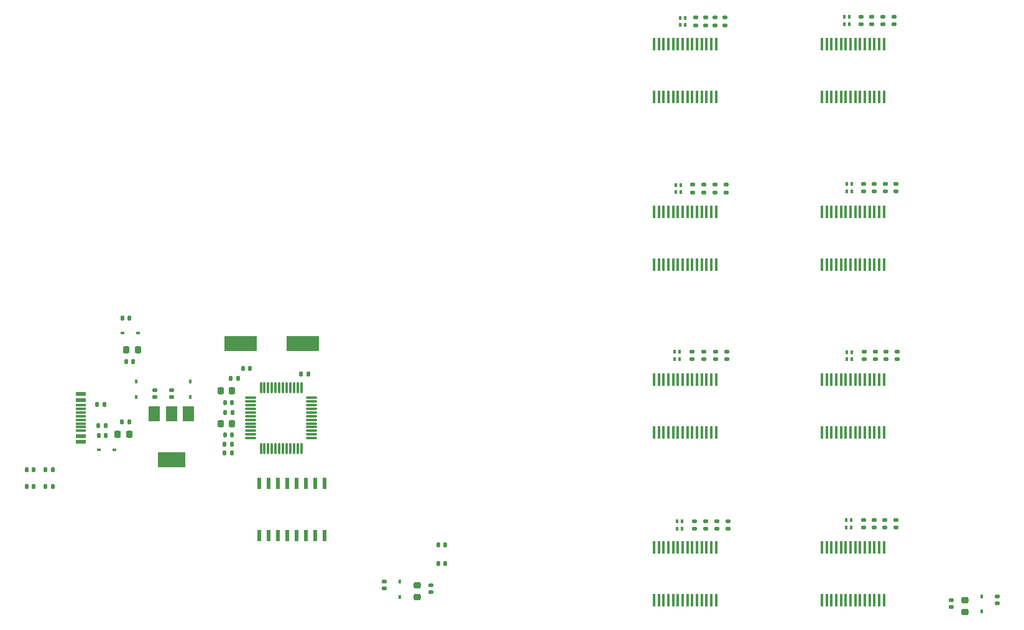
<source format=gtp>
%TF.GenerationSoftware,KiCad,Pcbnew,(6.0.7)*%
%TF.CreationDate,2023-05-23T08:43:17-04:00*%
%TF.ProjectId,ECELab_v1,4543454c-6162-45f7-9631-2e6b69636164,rev?*%
%TF.SameCoordinates,Original*%
%TF.FileFunction,Paste,Top*%
%TF.FilePolarity,Positive*%
%FSLAX46Y46*%
G04 Gerber Fmt 4.6, Leading zero omitted, Abs format (unit mm)*
G04 Created by KiCad (PCBNEW (6.0.7)) date 2023-05-23 08:43:17*
%MOMM*%
%LPD*%
G01*
G04 APERTURE LIST*
G04 Aperture macros list*
%AMRoundRect*
0 Rectangle with rounded corners*
0 $1 Rounding radius*
0 $2 $3 $4 $5 $6 $7 $8 $9 X,Y pos of 4 corners*
0 Add a 4 corners polygon primitive as box body*
4,1,4,$2,$3,$4,$5,$6,$7,$8,$9,$2,$3,0*
0 Add four circle primitives for the rounded corners*
1,1,$1+$1,$2,$3*
1,1,$1+$1,$4,$5*
1,1,$1+$1,$6,$7*
1,1,$1+$1,$8,$9*
0 Add four rect primitives between the rounded corners*
20,1,$1+$1,$2,$3,$4,$5,0*
20,1,$1+$1,$4,$5,$6,$7,0*
20,1,$1+$1,$6,$7,$8,$9,0*
20,1,$1+$1,$8,$9,$2,$3,0*%
G04 Aperture macros list end*
%ADD10RoundRect,0.140000X0.170000X-0.140000X0.170000X0.140000X-0.170000X0.140000X-0.170000X-0.140000X0*%
%ADD11RoundRect,0.140000X-0.170000X0.140000X-0.170000X-0.140000X0.170000X-0.140000X0.170000X0.140000X0*%
%ADD12R,0.600000X0.450000*%
%ADD13RoundRect,0.135000X0.185000X-0.135000X0.185000X0.135000X-0.185000X0.135000X-0.185000X-0.135000X0*%
%ADD14RoundRect,0.140000X-0.140000X-0.170000X0.140000X-0.170000X0.140000X0.170000X-0.140000X0.170000X0*%
%ADD15R,0.400000X0.500000*%
%ADD16RoundRect,0.140000X0.140000X0.170000X-0.140000X0.170000X-0.140000X-0.170000X0.140000X-0.170000X0*%
%ADD17RoundRect,0.135000X-0.135000X-0.185000X0.135000X-0.185000X0.135000X0.185000X-0.135000X0.185000X0*%
%ADD18RoundRect,0.218750X0.256250X-0.218750X0.256250X0.218750X-0.256250X0.218750X-0.256250X-0.218750X0*%
%ADD19R,0.450000X1.750000*%
%ADD20RoundRect,0.135000X0.135000X0.185000X-0.135000X0.185000X-0.135000X-0.185000X0.135000X-0.185000X0*%
%ADD21RoundRect,0.218750X-0.218750X-0.256250X0.218750X-0.256250X0.218750X0.256250X-0.218750X0.256250X0*%
%ADD22RoundRect,0.135000X-0.185000X0.135000X-0.185000X-0.135000X0.185000X-0.135000X0.185000X0.135000X0*%
%ADD23R,0.600000X1.500000*%
%ADD24RoundRect,0.147500X-0.147500X-0.172500X0.147500X-0.172500X0.147500X0.172500X-0.147500X0.172500X0*%
%ADD25R,1.500000X2.000000*%
%ADD26R,3.800000X2.000000*%
%ADD27R,1.450000X0.600000*%
%ADD28R,1.450000X0.300000*%
%ADD29R,0.450000X0.600000*%
%ADD30RoundRect,0.075000X-0.662500X-0.075000X0.662500X-0.075000X0.662500X0.075000X-0.662500X0.075000X0*%
%ADD31RoundRect,0.075000X-0.075000X-0.662500X0.075000X-0.662500X0.075000X0.662500X-0.075000X0.662500X0*%
%ADD32R,4.500000X2.000000*%
%ADD33RoundRect,0.218750X0.218750X0.256250X-0.218750X0.256250X-0.218750X-0.256250X0.218750X-0.256250X0*%
G04 APERTURE END LIST*
D10*
X125628400Y-118158200D03*
X125628400Y-117198200D03*
D11*
X154609800Y-143258700D03*
X154609800Y-144218700D03*
D12*
X121065000Y-109397800D03*
X118965000Y-109397800D03*
D13*
X224000000Y-67360000D03*
X224000000Y-66340000D03*
D14*
X118976200Y-107442000D03*
X119936200Y-107442000D03*
D15*
X217531200Y-135932800D03*
X218231200Y-135932800D03*
X218231200Y-134932800D03*
X217531200Y-134932800D03*
D16*
X136344600Y-114274600D03*
X135384600Y-114274600D03*
X119860000Y-121513600D03*
X118900000Y-121513600D03*
D17*
X132890800Y-124561600D03*
X133910800Y-124561600D03*
D18*
X233654600Y-147421700D03*
X233654600Y-145846700D03*
D14*
X133733600Y-115646200D03*
X134693600Y-115646200D03*
D19*
X191355000Y-77260000D03*
X192005000Y-77260000D03*
X192655000Y-77260000D03*
X193305000Y-77260000D03*
X193955000Y-77260000D03*
X194605000Y-77260000D03*
X195255000Y-77260000D03*
X195905000Y-77260000D03*
X196555000Y-77260000D03*
X197205000Y-77260000D03*
X197855000Y-77260000D03*
X198505000Y-77260000D03*
X199155000Y-77260000D03*
X199805000Y-77260000D03*
X199805000Y-70060000D03*
X199155000Y-70060000D03*
X198505000Y-70060000D03*
X197855000Y-70060000D03*
X197205000Y-70060000D03*
X196555000Y-70060000D03*
X195905000Y-70060000D03*
X195255000Y-70060000D03*
X194605000Y-70060000D03*
X193955000Y-70060000D03*
X193305000Y-70060000D03*
X192655000Y-70060000D03*
X192005000Y-70060000D03*
X191355000Y-70060000D03*
D13*
X221462600Y-113032000D03*
X221462600Y-112012000D03*
X199923400Y-136120600D03*
X199923400Y-135100600D03*
D20*
X116715000Y-122021600D03*
X115695000Y-122021600D03*
D15*
X194925000Y-67475000D03*
X195625000Y-67475000D03*
X195625000Y-66475000D03*
X194925000Y-66475000D03*
D21*
X118287700Y-123215400D03*
X119862700Y-123215400D03*
D19*
X191355000Y-122980000D03*
X192005000Y-122980000D03*
X192655000Y-122980000D03*
X193305000Y-122980000D03*
X193955000Y-122980000D03*
X194605000Y-122980000D03*
X195255000Y-122980000D03*
X195905000Y-122980000D03*
X196555000Y-122980000D03*
X197205000Y-122980000D03*
X197855000Y-122980000D03*
X198505000Y-122980000D03*
X199155000Y-122980000D03*
X199805000Y-122980000D03*
X199805000Y-115780000D03*
X199155000Y-115780000D03*
X198505000Y-115780000D03*
X197855000Y-115780000D03*
X197205000Y-115780000D03*
X196555000Y-115780000D03*
X195905000Y-115780000D03*
X195255000Y-115780000D03*
X194605000Y-115780000D03*
X193955000Y-115780000D03*
X193305000Y-115780000D03*
X192655000Y-115780000D03*
X192005000Y-115780000D03*
X191355000Y-115780000D03*
D13*
X221361000Y-135942800D03*
X221361000Y-134922800D03*
X222961200Y-113032000D03*
X222961200Y-112012000D03*
D22*
X196550800Y-111978600D03*
X196550800Y-112998600D03*
D23*
X137566400Y-137052400D03*
X138836400Y-137052400D03*
X140106400Y-137052400D03*
X141376400Y-137052400D03*
X142646400Y-137052400D03*
X143916400Y-137052400D03*
X145186400Y-137052400D03*
X146456400Y-137052400D03*
X146456400Y-129952400D03*
X145186400Y-129952400D03*
X143916400Y-129952400D03*
X142646400Y-129952400D03*
X141376400Y-129952400D03*
X140106400Y-129952400D03*
X138836400Y-129952400D03*
X137566400Y-129952400D03*
D16*
X133908200Y-123317000D03*
X132948200Y-123317000D03*
D13*
X198125600Y-112998600D03*
X198125600Y-111978600D03*
D19*
X214215000Y-145840000D03*
X214865000Y-145840000D03*
X215515000Y-145840000D03*
X216165000Y-145840000D03*
X216815000Y-145840000D03*
X217465000Y-145840000D03*
X218115000Y-145840000D03*
X218765000Y-145840000D03*
X219415000Y-145840000D03*
X220065000Y-145840000D03*
X220715000Y-145840000D03*
X221365000Y-145840000D03*
X222015000Y-145840000D03*
X222665000Y-145840000D03*
X222665000Y-138640000D03*
X222015000Y-138640000D03*
X221365000Y-138640000D03*
X220715000Y-138640000D03*
X220065000Y-138640000D03*
X219415000Y-138640000D03*
X218765000Y-138640000D03*
X218115000Y-138640000D03*
X217465000Y-138640000D03*
X216815000Y-138640000D03*
X216165000Y-138640000D03*
X215515000Y-138640000D03*
X214865000Y-138640000D03*
X214215000Y-138640000D03*
D15*
X217582000Y-113022000D03*
X218282000Y-113022000D03*
X218282000Y-112022000D03*
X217582000Y-112022000D03*
D13*
X201472800Y-136120600D03*
X201472800Y-135100600D03*
D22*
X219938600Y-112012000D03*
X219938600Y-113032000D03*
D14*
X161978400Y-138303000D03*
X162938400Y-138303000D03*
D15*
X217275000Y-67350000D03*
X217975000Y-67350000D03*
X217975000Y-66350000D03*
X217275000Y-66350000D03*
D24*
X105913200Y-128092200D03*
X106883200Y-128092200D03*
D25*
X127928400Y-120421000D03*
X125628400Y-120421000D03*
D26*
X125628400Y-126721000D03*
D25*
X123328400Y-120421000D03*
D13*
X198350000Y-67485000D03*
X198350000Y-66465000D03*
D21*
X132335900Y-117322600D03*
X133910900Y-117322600D03*
D12*
X117839200Y-125349000D03*
X115739200Y-125349000D03*
D14*
X119458800Y-113360200D03*
X120418800Y-113360200D03*
D22*
X219550000Y-66340000D03*
X219550000Y-67360000D03*
D11*
X231800400Y-145849400D03*
X231800400Y-146809400D03*
D17*
X132890800Y-125755400D03*
X133910800Y-125755400D03*
D27*
X113314600Y-117755600D03*
X113314600Y-118555600D03*
D28*
X113314600Y-119755600D03*
X113314600Y-120755600D03*
X113314600Y-121255600D03*
X113314600Y-122255600D03*
D27*
X113314600Y-123455600D03*
X113314600Y-124255600D03*
X113314600Y-124255600D03*
X113314600Y-123455600D03*
D28*
X113314600Y-122755600D03*
X113314600Y-121755600D03*
X113314600Y-120255600D03*
X113314600Y-119255600D03*
D27*
X113314600Y-118555600D03*
X113314600Y-117755600D03*
D13*
X201300600Y-112998600D03*
X201300600Y-111978600D03*
D19*
X214215000Y-100120000D03*
X214865000Y-100120000D03*
X215515000Y-100120000D03*
X216165000Y-100120000D03*
X216815000Y-100120000D03*
X217465000Y-100120000D03*
X218115000Y-100120000D03*
X218765000Y-100120000D03*
X219415000Y-100120000D03*
X220065000Y-100120000D03*
X220715000Y-100120000D03*
X221365000Y-100120000D03*
X222015000Y-100120000D03*
X222665000Y-100120000D03*
X222665000Y-92920000D03*
X222015000Y-92920000D03*
X221365000Y-92920000D03*
X220715000Y-92920000D03*
X220065000Y-92920000D03*
X219415000Y-92920000D03*
X218765000Y-92920000D03*
X218115000Y-92920000D03*
X217465000Y-92920000D03*
X216815000Y-92920000D03*
X216165000Y-92920000D03*
X215515000Y-92920000D03*
X214865000Y-92920000D03*
X214215000Y-92920000D03*
D29*
X156750800Y-145377000D03*
X156750800Y-143277000D03*
D14*
X161978400Y-140843000D03*
X162938400Y-140843000D03*
D30*
X136401100Y-118255600D03*
X136401100Y-118755600D03*
X136401100Y-119255600D03*
X136401100Y-119755600D03*
X136401100Y-120255600D03*
X136401100Y-120755600D03*
X136401100Y-121255600D03*
X136401100Y-121755600D03*
X136401100Y-122255600D03*
X136401100Y-122755600D03*
X136401100Y-123255600D03*
X136401100Y-123755600D03*
D31*
X137813600Y-125168100D03*
X138313600Y-125168100D03*
X138813600Y-125168100D03*
X139313600Y-125168100D03*
X139813600Y-125168100D03*
X140313600Y-125168100D03*
X140813600Y-125168100D03*
X141313600Y-125168100D03*
X141813600Y-125168100D03*
X142313600Y-125168100D03*
X142813600Y-125168100D03*
X143313600Y-125168100D03*
D30*
X144726100Y-123755600D03*
X144726100Y-123255600D03*
X144726100Y-122755600D03*
X144726100Y-122255600D03*
X144726100Y-121755600D03*
X144726100Y-121255600D03*
X144726100Y-120755600D03*
X144726100Y-120255600D03*
X144726100Y-119755600D03*
X144726100Y-119255600D03*
X144726100Y-118755600D03*
X144726100Y-118255600D03*
D31*
X143313600Y-116843100D03*
X142813600Y-116843100D03*
X142313600Y-116843100D03*
X141813600Y-116843100D03*
X141313600Y-116843100D03*
X140813600Y-116843100D03*
X140313600Y-116843100D03*
X139813600Y-116843100D03*
X139313600Y-116843100D03*
X138813600Y-116843100D03*
X138313600Y-116843100D03*
X137813600Y-116843100D03*
D16*
X133908200Y-118897400D03*
X132948200Y-118897400D03*
D19*
X191355000Y-145840000D03*
X192005000Y-145840000D03*
X192655000Y-145840000D03*
X193305000Y-145840000D03*
X193955000Y-145840000D03*
X194605000Y-145840000D03*
X195255000Y-145840000D03*
X195905000Y-145840000D03*
X196555000Y-145840000D03*
X197205000Y-145840000D03*
X197855000Y-145840000D03*
X198505000Y-145840000D03*
X199155000Y-145840000D03*
X199805000Y-145840000D03*
X199805000Y-138640000D03*
X199155000Y-138640000D03*
X198505000Y-138640000D03*
X197855000Y-138640000D03*
X197205000Y-138640000D03*
X196555000Y-138640000D03*
X195905000Y-138640000D03*
X195255000Y-138640000D03*
X194605000Y-138640000D03*
X193955000Y-138640000D03*
X193305000Y-138640000D03*
X192655000Y-138640000D03*
X192005000Y-138640000D03*
X191355000Y-138640000D03*
D32*
X143518200Y-110845600D03*
X135018200Y-110845600D03*
D13*
X224307400Y-135942800D03*
X224307400Y-134922800D03*
X222808800Y-135942800D03*
X222808800Y-134922800D03*
X199650000Y-90260000D03*
X199650000Y-89240000D03*
D19*
X191355000Y-100120000D03*
X192005000Y-100120000D03*
X192655000Y-100120000D03*
X193305000Y-100120000D03*
X193955000Y-100120000D03*
X194605000Y-100120000D03*
X195255000Y-100120000D03*
X195905000Y-100120000D03*
X196555000Y-100120000D03*
X197205000Y-100120000D03*
X197855000Y-100120000D03*
X198505000Y-100120000D03*
X199155000Y-100120000D03*
X199805000Y-100120000D03*
X199805000Y-92920000D03*
X199155000Y-92920000D03*
X198505000Y-92920000D03*
X197855000Y-92920000D03*
X197205000Y-92920000D03*
X196555000Y-92920000D03*
X195905000Y-92920000D03*
X195255000Y-92920000D03*
X194605000Y-92920000D03*
X193955000Y-92920000D03*
X193305000Y-92920000D03*
X192655000Y-92920000D03*
X192005000Y-92920000D03*
X191355000Y-92920000D03*
D29*
X128219200Y-116069400D03*
X128219200Y-118169400D03*
D10*
X123342400Y-118158200D03*
X123342400Y-117198200D03*
D13*
X198399400Y-136120600D03*
X198399400Y-135100600D03*
D19*
X214215000Y-122980000D03*
X214865000Y-122980000D03*
X215515000Y-122980000D03*
X216165000Y-122980000D03*
X216815000Y-122980000D03*
X217465000Y-122980000D03*
X218115000Y-122980000D03*
X218765000Y-122980000D03*
X219415000Y-122980000D03*
X220065000Y-122980000D03*
X220715000Y-122980000D03*
X221365000Y-122980000D03*
X222015000Y-122980000D03*
X222665000Y-122980000D03*
X222665000Y-115780000D03*
X222015000Y-115780000D03*
X221365000Y-115780000D03*
X220715000Y-115780000D03*
X220065000Y-115780000D03*
X219415000Y-115780000D03*
X218765000Y-115780000D03*
X218115000Y-115780000D03*
X217465000Y-115780000D03*
X216815000Y-115780000D03*
X216165000Y-115780000D03*
X215515000Y-115780000D03*
X214865000Y-115780000D03*
X214215000Y-115780000D03*
D16*
X144269400Y-115011200D03*
X143309400Y-115011200D03*
D11*
X238125000Y-145290600D03*
X238125000Y-146250600D03*
D13*
X201175000Y-90260000D03*
X201175000Y-89240000D03*
D33*
X121056500Y-111683800D03*
X119481500Y-111683800D03*
D13*
X221025000Y-67360000D03*
X221025000Y-66340000D03*
D14*
X115725000Y-123444000D03*
X116685000Y-123444000D03*
D18*
X159080200Y-145389800D03*
X159080200Y-143814800D03*
D21*
X132335900Y-121793000D03*
X133910900Y-121793000D03*
D20*
X133938200Y-120243600D03*
X132918200Y-120243600D03*
D13*
X221350000Y-90110000D03*
X221350000Y-89090000D03*
X198100000Y-90260000D03*
X198100000Y-89240000D03*
X224300000Y-90110000D03*
X224300000Y-89090000D03*
D15*
X194168800Y-112988600D03*
X194868800Y-112988600D03*
X194868800Y-111988600D03*
X194168800Y-111988600D03*
D20*
X109466500Y-130352800D03*
X108446500Y-130352800D03*
X109476000Y-128092200D03*
X108456000Y-128092200D03*
D13*
X200975000Y-67485000D03*
X200975000Y-66465000D03*
D29*
X236016800Y-147404800D03*
X236016800Y-145304800D03*
D22*
X219862400Y-134922800D03*
X219862400Y-135942800D03*
D15*
X194300000Y-90250000D03*
X195000000Y-90250000D03*
X195000000Y-89250000D03*
X194300000Y-89250000D03*
D29*
X120827800Y-118169400D03*
X120827800Y-116069400D03*
D22*
X197050000Y-66465000D03*
X197050000Y-67485000D03*
D13*
X199675000Y-67485000D03*
X199675000Y-66465000D03*
D15*
X194493400Y-136110600D03*
X195193400Y-136110600D03*
X195193400Y-135110600D03*
X194493400Y-135110600D03*
D22*
X196625000Y-89240000D03*
X196625000Y-90260000D03*
D13*
X222500000Y-67360000D03*
X222500000Y-66340000D03*
D22*
X196850000Y-135100600D03*
X196850000Y-136120600D03*
D13*
X224485200Y-113032000D03*
X224485200Y-112012000D03*
D17*
X115491800Y-119151400D03*
X116511800Y-119151400D03*
D13*
X222825000Y-90110000D03*
X222825000Y-89090000D03*
D24*
X105906100Y-130352800D03*
X106876100Y-130352800D03*
D15*
X217575000Y-90100000D03*
X218275000Y-90100000D03*
X218275000Y-89100000D03*
X217575000Y-89100000D03*
D22*
X219900000Y-89090000D03*
X219900000Y-90110000D03*
D13*
X199700400Y-112998600D03*
X199700400Y-111978600D03*
D11*
X160934400Y-143817500D03*
X160934400Y-144777500D03*
D19*
X214215000Y-77260000D03*
X214865000Y-77260000D03*
X215515000Y-77260000D03*
X216165000Y-77260000D03*
X216815000Y-77260000D03*
X217465000Y-77260000D03*
X218115000Y-77260000D03*
X218765000Y-77260000D03*
X219415000Y-77260000D03*
X220065000Y-77260000D03*
X220715000Y-77260000D03*
X221365000Y-77260000D03*
X222015000Y-77260000D03*
X222665000Y-77260000D03*
X222665000Y-70060000D03*
X222015000Y-70060000D03*
X221365000Y-70060000D03*
X220715000Y-70060000D03*
X220065000Y-70060000D03*
X219415000Y-70060000D03*
X218765000Y-70060000D03*
X218115000Y-70060000D03*
X217465000Y-70060000D03*
X216815000Y-70060000D03*
X216165000Y-70060000D03*
X215515000Y-70060000D03*
X214865000Y-70060000D03*
X214215000Y-70060000D03*
M02*

</source>
